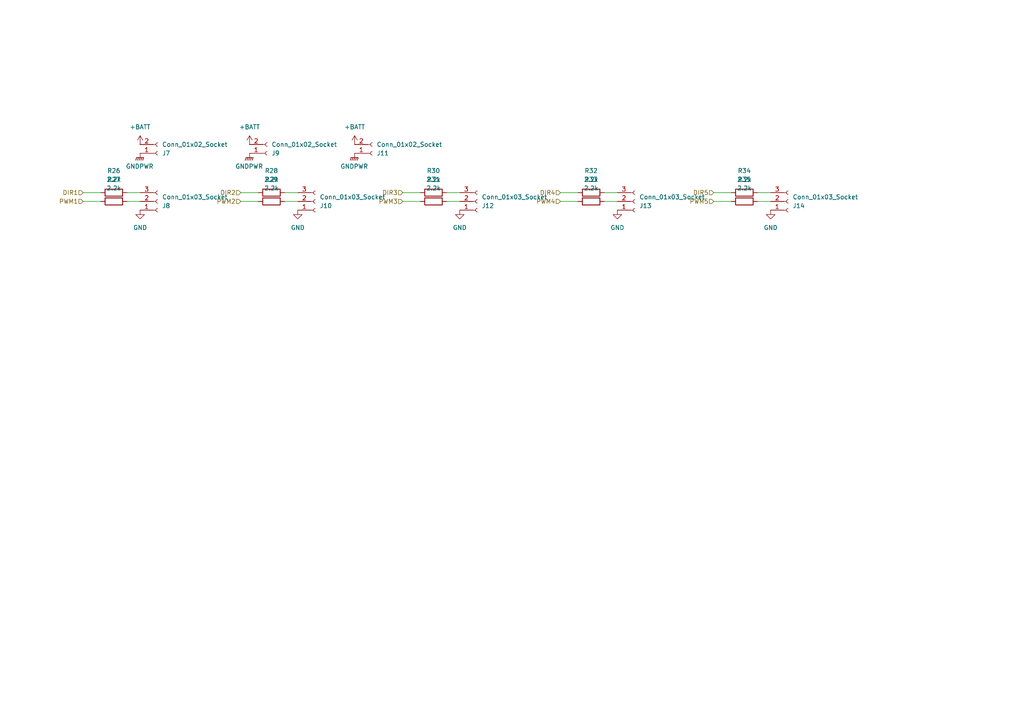
<source format=kicad_sch>
(kicad_sch
	(version 20231120)
	(generator "eeschema")
	(generator_version "8.0")
	(uuid "461d4595-690b-44d6-ba32-523aed53f13c")
	(paper "A4")
	(lib_symbols
		(symbol "Connector:Conn_01x02_Socket"
			(pin_names
				(offset 1.016) hide)
			(exclude_from_sim no)
			(in_bom yes)
			(on_board yes)
			(property "Reference" "J"
				(at 0 2.54 0)
				(effects
					(font
						(size 1.27 1.27)
					)
				)
			)
			(property "Value" "Conn_01x02_Socket"
				(at 0 -5.08 0)
				(effects
					(font
						(size 1.27 1.27)
					)
				)
			)
			(property "Footprint" ""
				(at 0 0 0)
				(effects
					(font
						(size 1.27 1.27)
					)
					(hide yes)
				)
			)
			(property "Datasheet" "~"
				(at 0 0 0)
				(effects
					(font
						(size 1.27 1.27)
					)
					(hide yes)
				)
			)
			(property "Description" "Generic connector, single row, 01x02, script generated"
				(at 0 0 0)
				(effects
					(font
						(size 1.27 1.27)
					)
					(hide yes)
				)
			)
			(property "ki_locked" ""
				(at 0 0 0)
				(effects
					(font
						(size 1.27 1.27)
					)
				)
			)
			(property "ki_keywords" "connector"
				(at 0 0 0)
				(effects
					(font
						(size 1.27 1.27)
					)
					(hide yes)
				)
			)
			(property "ki_fp_filters" "Connector*:*_1x??_*"
				(at 0 0 0)
				(effects
					(font
						(size 1.27 1.27)
					)
					(hide yes)
				)
			)
			(symbol "Conn_01x02_Socket_1_1"
				(arc
					(start 0 -2.032)
					(mid -0.5058 -2.54)
					(end 0 -3.048)
					(stroke
						(width 0.1524)
						(type default)
					)
					(fill
						(type none)
					)
				)
				(polyline
					(pts
						(xy -1.27 -2.54) (xy -0.508 -2.54)
					)
					(stroke
						(width 0.1524)
						(type default)
					)
					(fill
						(type none)
					)
				)
				(polyline
					(pts
						(xy -1.27 0) (xy -0.508 0)
					)
					(stroke
						(width 0.1524)
						(type default)
					)
					(fill
						(type none)
					)
				)
				(arc
					(start 0 0.508)
					(mid -0.5058 0)
					(end 0 -0.508)
					(stroke
						(width 0.1524)
						(type default)
					)
					(fill
						(type none)
					)
				)
				(pin passive line
					(at -5.08 0 0)
					(length 3.81)
					(name "Pin_1"
						(effects
							(font
								(size 1.27 1.27)
							)
						)
					)
					(number "1"
						(effects
							(font
								(size 1.27 1.27)
							)
						)
					)
				)
				(pin passive line
					(at -5.08 -2.54 0)
					(length 3.81)
					(name "Pin_2"
						(effects
							(font
								(size 1.27 1.27)
							)
						)
					)
					(number "2"
						(effects
							(font
								(size 1.27 1.27)
							)
						)
					)
				)
			)
		)
		(symbol "Connector:Conn_01x03_Socket"
			(pin_names
				(offset 1.016) hide)
			(exclude_from_sim no)
			(in_bom yes)
			(on_board yes)
			(property "Reference" "J"
				(at 0 5.08 0)
				(effects
					(font
						(size 1.27 1.27)
					)
				)
			)
			(property "Value" "Conn_01x03_Socket"
				(at 0 -5.08 0)
				(effects
					(font
						(size 1.27 1.27)
					)
				)
			)
			(property "Footprint" ""
				(at 0 0 0)
				(effects
					(font
						(size 1.27 1.27)
					)
					(hide yes)
				)
			)
			(property "Datasheet" "~"
				(at 0 0 0)
				(effects
					(font
						(size 1.27 1.27)
					)
					(hide yes)
				)
			)
			(property "Description" "Generic connector, single row, 01x03, script generated"
				(at 0 0 0)
				(effects
					(font
						(size 1.27 1.27)
					)
					(hide yes)
				)
			)
			(property "ki_locked" ""
				(at 0 0 0)
				(effects
					(font
						(size 1.27 1.27)
					)
				)
			)
			(property "ki_keywords" "connector"
				(at 0 0 0)
				(effects
					(font
						(size 1.27 1.27)
					)
					(hide yes)
				)
			)
			(property "ki_fp_filters" "Connector*:*_1x??_*"
				(at 0 0 0)
				(effects
					(font
						(size 1.27 1.27)
					)
					(hide yes)
				)
			)
			(symbol "Conn_01x03_Socket_1_1"
				(arc
					(start 0 -2.032)
					(mid -0.5058 -2.54)
					(end 0 -3.048)
					(stroke
						(width 0.1524)
						(type default)
					)
					(fill
						(type none)
					)
				)
				(polyline
					(pts
						(xy -1.27 -2.54) (xy -0.508 -2.54)
					)
					(stroke
						(width 0.1524)
						(type default)
					)
					(fill
						(type none)
					)
				)
				(polyline
					(pts
						(xy -1.27 0) (xy -0.508 0)
					)
					(stroke
						(width 0.1524)
						(type default)
					)
					(fill
						(type none)
					)
				)
				(polyline
					(pts
						(xy -1.27 2.54) (xy -0.508 2.54)
					)
					(stroke
						(width 0.1524)
						(type default)
					)
					(fill
						(type none)
					)
				)
				(arc
					(start 0 0.508)
					(mid -0.5058 0)
					(end 0 -0.508)
					(stroke
						(width 0.1524)
						(type default)
					)
					(fill
						(type none)
					)
				)
				(arc
					(start 0 3.048)
					(mid -0.5058 2.54)
					(end 0 2.032)
					(stroke
						(width 0.1524)
						(type default)
					)
					(fill
						(type none)
					)
				)
				(pin passive line
					(at -5.08 2.54 0)
					(length 3.81)
					(name "Pin_1"
						(effects
							(font
								(size 1.27 1.27)
							)
						)
					)
					(number "1"
						(effects
							(font
								(size 1.27 1.27)
							)
						)
					)
				)
				(pin passive line
					(at -5.08 0 0)
					(length 3.81)
					(name "Pin_2"
						(effects
							(font
								(size 1.27 1.27)
							)
						)
					)
					(number "2"
						(effects
							(font
								(size 1.27 1.27)
							)
						)
					)
				)
				(pin passive line
					(at -5.08 -2.54 0)
					(length 3.81)
					(name "Pin_3"
						(effects
							(font
								(size 1.27 1.27)
							)
						)
					)
					(number "3"
						(effects
							(font
								(size 1.27 1.27)
							)
						)
					)
				)
			)
		)
		(symbol "Device:R"
			(pin_numbers hide)
			(pin_names
				(offset 0)
			)
			(exclude_from_sim no)
			(in_bom yes)
			(on_board yes)
			(property "Reference" "R"
				(at 2.032 0 90)
				(effects
					(font
						(size 1.27 1.27)
					)
				)
			)
			(property "Value" "R"
				(at 0 0 90)
				(effects
					(font
						(size 1.27 1.27)
					)
				)
			)
			(property "Footprint" ""
				(at -1.778 0 90)
				(effects
					(font
						(size 1.27 1.27)
					)
					(hide yes)
				)
			)
			(property "Datasheet" "~"
				(at 0 0 0)
				(effects
					(font
						(size 1.27 1.27)
					)
					(hide yes)
				)
			)
			(property "Description" "Resistor"
				(at 0 0 0)
				(effects
					(font
						(size 1.27 1.27)
					)
					(hide yes)
				)
			)
			(property "ki_keywords" "R res resistor"
				(at 0 0 0)
				(effects
					(font
						(size 1.27 1.27)
					)
					(hide yes)
				)
			)
			(property "ki_fp_filters" "R_*"
				(at 0 0 0)
				(effects
					(font
						(size 1.27 1.27)
					)
					(hide yes)
				)
			)
			(symbol "R_0_1"
				(rectangle
					(start -1.016 -2.54)
					(end 1.016 2.54)
					(stroke
						(width 0.254)
						(type default)
					)
					(fill
						(type none)
					)
				)
			)
			(symbol "R_1_1"
				(pin passive line
					(at 0 3.81 270)
					(length 1.27)
					(name "~"
						(effects
							(font
								(size 1.27 1.27)
							)
						)
					)
					(number "1"
						(effects
							(font
								(size 1.27 1.27)
							)
						)
					)
				)
				(pin passive line
					(at 0 -3.81 90)
					(length 1.27)
					(name "~"
						(effects
							(font
								(size 1.27 1.27)
							)
						)
					)
					(number "2"
						(effects
							(font
								(size 1.27 1.27)
							)
						)
					)
				)
			)
		)
		(symbol "power:+BATT"
			(power)
			(pin_numbers hide)
			(pin_names
				(offset 0) hide)
			(exclude_from_sim no)
			(in_bom yes)
			(on_board yes)
			(property "Reference" "#PWR"
				(at 0 -3.81 0)
				(effects
					(font
						(size 1.27 1.27)
					)
					(hide yes)
				)
			)
			(property "Value" "+BATT"
				(at 0 3.556 0)
				(effects
					(font
						(size 1.27 1.27)
					)
				)
			)
			(property "Footprint" ""
				(at 0 0 0)
				(effects
					(font
						(size 1.27 1.27)
					)
					(hide yes)
				)
			)
			(property "Datasheet" ""
				(at 0 0 0)
				(effects
					(font
						(size 1.27 1.27)
					)
					(hide yes)
				)
			)
			(property "Description" "Power symbol creates a global label with name \"+BATT\""
				(at 0 0 0)
				(effects
					(font
						(size 1.27 1.27)
					)
					(hide yes)
				)
			)
			(property "ki_keywords" "global power battery"
				(at 0 0 0)
				(effects
					(font
						(size 1.27 1.27)
					)
					(hide yes)
				)
			)
			(symbol "+BATT_0_1"
				(polyline
					(pts
						(xy -0.762 1.27) (xy 0 2.54)
					)
					(stroke
						(width 0)
						(type default)
					)
					(fill
						(type none)
					)
				)
				(polyline
					(pts
						(xy 0 0) (xy 0 2.54)
					)
					(stroke
						(width 0)
						(type default)
					)
					(fill
						(type none)
					)
				)
				(polyline
					(pts
						(xy 0 2.54) (xy 0.762 1.27)
					)
					(stroke
						(width 0)
						(type default)
					)
					(fill
						(type none)
					)
				)
			)
			(symbol "+BATT_1_1"
				(pin power_in line
					(at 0 0 90)
					(length 0)
					(name "~"
						(effects
							(font
								(size 1.27 1.27)
							)
						)
					)
					(number "1"
						(effects
							(font
								(size 1.27 1.27)
							)
						)
					)
				)
			)
		)
		(symbol "power:GND"
			(power)
			(pin_numbers hide)
			(pin_names
				(offset 0) hide)
			(exclude_from_sim no)
			(in_bom yes)
			(on_board yes)
			(property "Reference" "#PWR"
				(at 0 -6.35 0)
				(effects
					(font
						(size 1.27 1.27)
					)
					(hide yes)
				)
			)
			(property "Value" "GND"
				(at 0 -3.81 0)
				(effects
					(font
						(size 1.27 1.27)
					)
				)
			)
			(property "Footprint" ""
				(at 0 0 0)
				(effects
					(font
						(size 1.27 1.27)
					)
					(hide yes)
				)
			)
			(property "Datasheet" ""
				(at 0 0 0)
				(effects
					(font
						(size 1.27 1.27)
					)
					(hide yes)
				)
			)
			(property "Description" "Power symbol creates a global label with name \"GND\" , ground"
				(at 0 0 0)
				(effects
					(font
						(size 1.27 1.27)
					)
					(hide yes)
				)
			)
			(property "ki_keywords" "global power"
				(at 0 0 0)
				(effects
					(font
						(size 1.27 1.27)
					)
					(hide yes)
				)
			)
			(symbol "GND_0_1"
				(polyline
					(pts
						(xy 0 0) (xy 0 -1.27) (xy 1.27 -1.27) (xy 0 -2.54) (xy -1.27 -1.27) (xy 0 -1.27)
					)
					(stroke
						(width 0)
						(type default)
					)
					(fill
						(type none)
					)
				)
			)
			(symbol "GND_1_1"
				(pin power_in line
					(at 0 0 270)
					(length 0)
					(name "~"
						(effects
							(font
								(size 1.27 1.27)
							)
						)
					)
					(number "1"
						(effects
							(font
								(size 1.27 1.27)
							)
						)
					)
				)
			)
		)
		(symbol "power:GNDPWR"
			(power)
			(pin_numbers hide)
			(pin_names
				(offset 0) hide)
			(exclude_from_sim no)
			(in_bom yes)
			(on_board yes)
			(property "Reference" "#PWR"
				(at 0 -5.08 0)
				(effects
					(font
						(size 1.27 1.27)
					)
					(hide yes)
				)
			)
			(property "Value" "GNDPWR"
				(at 0 -3.302 0)
				(effects
					(font
						(size 1.27 1.27)
					)
				)
			)
			(property "Footprint" ""
				(at 0 -1.27 0)
				(effects
					(font
						(size 1.27 1.27)
					)
					(hide yes)
				)
			)
			(property "Datasheet" ""
				(at 0 -1.27 0)
				(effects
					(font
						(size 1.27 1.27)
					)
					(hide yes)
				)
			)
			(property "Description" "Power symbol creates a global label with name \"GNDPWR\" , global ground"
				(at 0 0 0)
				(effects
					(font
						(size 1.27 1.27)
					)
					(hide yes)
				)
			)
			(property "ki_keywords" "global ground"
				(at 0 0 0)
				(effects
					(font
						(size 1.27 1.27)
					)
					(hide yes)
				)
			)
			(symbol "GNDPWR_0_1"
				(polyline
					(pts
						(xy 0 -1.27) (xy 0 0)
					)
					(stroke
						(width 0)
						(type default)
					)
					(fill
						(type none)
					)
				)
				(polyline
					(pts
						(xy -1.016 -1.27) (xy -1.27 -2.032) (xy -1.27 -2.032)
					)
					(stroke
						(width 0.2032)
						(type default)
					)
					(fill
						(type none)
					)
				)
				(polyline
					(pts
						(xy -0.508 -1.27) (xy -0.762 -2.032) (xy -0.762 -2.032)
					)
					(stroke
						(width 0.2032)
						(type default)
					)
					(fill
						(type none)
					)
				)
				(polyline
					(pts
						(xy 0 -1.27) (xy -0.254 -2.032) (xy -0.254 -2.032)
					)
					(stroke
						(width 0.2032)
						(type default)
					)
					(fill
						(type none)
					)
				)
				(polyline
					(pts
						(xy 0.508 -1.27) (xy 0.254 -2.032) (xy 0.254 -2.032)
					)
					(stroke
						(width 0.2032)
						(type default)
					)
					(fill
						(type none)
					)
				)
				(polyline
					(pts
						(xy 1.016 -1.27) (xy -1.016 -1.27) (xy -1.016 -1.27)
					)
					(stroke
						(width 0.2032)
						(type default)
					)
					(fill
						(type none)
					)
				)
				(polyline
					(pts
						(xy 1.016 -1.27) (xy 0.762 -2.032) (xy 0.762 -2.032) (xy 0.762 -2.032)
					)
					(stroke
						(width 0.2032)
						(type default)
					)
					(fill
						(type none)
					)
				)
			)
			(symbol "GNDPWR_1_1"
				(pin power_in line
					(at 0 0 270)
					(length 0)
					(name "~"
						(effects
							(font
								(size 1.27 1.27)
							)
						)
					)
					(number "1"
						(effects
							(font
								(size 1.27 1.27)
							)
						)
					)
				)
			)
		)
	)
	(wire
		(pts
			(xy 36.83 55.88) (xy 40.64 55.88)
		)
		(stroke
			(width 0)
			(type default)
		)
		(uuid "0a5186b7-1308-4d33-98c6-5c403a6d27e6")
	)
	(wire
		(pts
			(xy 162.56 58.42) (xy 167.64 58.42)
		)
		(stroke
			(width 0)
			(type default)
		)
		(uuid "0a6a0aa7-a63e-44cd-885e-6e39825504a8")
	)
	(wire
		(pts
			(xy 129.54 55.88) (xy 133.35 55.88)
		)
		(stroke
			(width 0)
			(type default)
		)
		(uuid "1ebdcf01-d29e-4394-867f-c28e6fe491fa")
	)
	(wire
		(pts
			(xy 219.71 58.42) (xy 223.52 58.42)
		)
		(stroke
			(width 0)
			(type default)
		)
		(uuid "34d10083-5e41-4db6-b3dc-1245ac21c0e0")
	)
	(wire
		(pts
			(xy 116.84 55.88) (xy 121.92 55.88)
		)
		(stroke
			(width 0)
			(type default)
		)
		(uuid "34f1d28b-ca62-4fa4-b4be-6fe174e74497")
	)
	(wire
		(pts
			(xy 207.01 58.42) (xy 212.09 58.42)
		)
		(stroke
			(width 0)
			(type default)
		)
		(uuid "3863363a-60aa-4b71-ae49-1b76dcd9ba56")
	)
	(wire
		(pts
			(xy 116.84 58.42) (xy 121.92 58.42)
		)
		(stroke
			(width 0)
			(type default)
		)
		(uuid "3b230e1a-3c90-42d3-b56d-73a40e6f95fd")
	)
	(wire
		(pts
			(xy 207.01 55.88) (xy 212.09 55.88)
		)
		(stroke
			(width 0)
			(type default)
		)
		(uuid "42627409-3fe5-41dc-abcf-94e6711e63ac")
	)
	(wire
		(pts
			(xy 219.71 55.88) (xy 223.52 55.88)
		)
		(stroke
			(width 0)
			(type default)
		)
		(uuid "4b9e9357-9257-40b6-83e9-4e3db101c296")
	)
	(wire
		(pts
			(xy 175.26 58.42) (xy 179.07 58.42)
		)
		(stroke
			(width 0)
			(type default)
		)
		(uuid "6678feeb-3c99-48b2-b709-4f97d8a6060b")
	)
	(wire
		(pts
			(xy 36.83 58.42) (xy 40.64 58.42)
		)
		(stroke
			(width 0)
			(type default)
		)
		(uuid "68d8a8e5-1540-450b-bdfa-e84c88a6262e")
	)
	(wire
		(pts
			(xy 69.85 58.42) (xy 74.93 58.42)
		)
		(stroke
			(width 0)
			(type default)
		)
		(uuid "752f5df9-4c87-47dc-bd7a-9cea2fef86d9")
	)
	(wire
		(pts
			(xy 162.56 55.88) (xy 167.64 55.88)
		)
		(stroke
			(width 0)
			(type default)
		)
		(uuid "81f843ec-e787-41a2-8534-bd08e1c9a3c6")
	)
	(wire
		(pts
			(xy 69.85 55.88) (xy 74.93 55.88)
		)
		(stroke
			(width 0)
			(type default)
		)
		(uuid "99001b2a-9c52-4fcc-ae17-07f49d04a6ff")
	)
	(wire
		(pts
			(xy 24.13 58.42) (xy 29.21 58.42)
		)
		(stroke
			(width 0)
			(type default)
		)
		(uuid "acd7a02a-0379-47ea-9fc7-0bde72209561")
	)
	(wire
		(pts
			(xy 129.54 58.42) (xy 133.35 58.42)
		)
		(stroke
			(width 0)
			(type default)
		)
		(uuid "b55ba7d7-6077-47cd-94e7-92e1b6dd67ea")
	)
	(wire
		(pts
			(xy 175.26 55.88) (xy 179.07 55.88)
		)
		(stroke
			(width 0)
			(type default)
		)
		(uuid "beba74de-ca1f-4470-bdcb-cb3b871bd175")
	)
	(wire
		(pts
			(xy 82.55 55.88) (xy 86.36 55.88)
		)
		(stroke
			(width 0)
			(type default)
		)
		(uuid "e6073207-5a9c-4466-95b5-f7f2a2d1fed8")
	)
	(wire
		(pts
			(xy 82.55 58.42) (xy 86.36 58.42)
		)
		(stroke
			(width 0)
			(type default)
		)
		(uuid "f0eaf9a9-88d5-4fa9-a494-ca7a9fbab4e3")
	)
	(wire
		(pts
			(xy 24.13 55.88) (xy 29.21 55.88)
		)
		(stroke
			(width 0)
			(type default)
		)
		(uuid "f54cab4d-a745-45d6-b7f9-14a43fb2ce8a")
	)
	(hierarchical_label "DIR4"
		(shape input)
		(at 162.56 55.88 180)
		(fields_autoplaced yes)
		(effects
			(font
				(size 1.27 1.27)
			)
			(justify right)
		)
		(uuid "373553a0-26dd-4e00-ad93-4433949e4908")
	)
	(hierarchical_label "DIR3"
		(shape input)
		(at 116.84 55.88 180)
		(fields_autoplaced yes)
		(effects
			(font
				(size 1.27 1.27)
			)
			(justify right)
		)
		(uuid "52181b6e-765d-405a-ab72-d4c4ca9a0bf3")
	)
	(hierarchical_label "PWM1"
		(shape input)
		(at 24.13 58.42 180)
		(fields_autoplaced yes)
		(effects
			(font
				(size 1.27 1.27)
			)
			(justify right)
		)
		(uuid "6174fa3c-c685-4431-b1a9-94a63f9749ff")
	)
	(hierarchical_label "PWM3"
		(shape input)
		(at 116.84 58.42 180)
		(fields_autoplaced yes)
		(effects
			(font
				(size 1.27 1.27)
			)
			(justify right)
		)
		(uuid "7050f48a-058d-456c-a696-1bd35adfabd9")
	)
	(hierarchical_label "PWM5"
		(shape input)
		(at 207.01 58.42 180)
		(fields_autoplaced yes)
		(effects
			(font
				(size 1.27 1.27)
			)
			(justify right)
		)
		(uuid "93a475a0-188b-4302-a6f5-e26a5b821d5b")
	)
	(hierarchical_label "DIR5"
		(shape input)
		(at 207.01 55.88 180)
		(fields_autoplaced yes)
		(effects
			(font
				(size 1.27 1.27)
			)
			(justify right)
		)
		(uuid "9b790cf0-ccf7-427f-b781-226376af08c2")
	)
	(hierarchical_label "PWM2"
		(shape input)
		(at 69.85 58.42 180)
		(fields_autoplaced yes)
		(effects
			(font
				(size 1.27 1.27)
			)
			(justify right)
		)
		(uuid "9f95f500-9215-440f-a1ea-caa34b456e6c")
	)
	(hierarchical_label "DIR2"
		(shape input)
		(at 69.85 55.88 180)
		(fields_autoplaced yes)
		(effects
			(font
				(size 1.27 1.27)
			)
			(justify right)
		)
		(uuid "ae05725f-2d72-41e2-b72c-84ebdd9a4460")
	)
	(hierarchical_label "PWM4"
		(shape input)
		(at 162.56 58.42 180)
		(fields_autoplaced yes)
		(effects
			(font
				(size 1.27 1.27)
			)
			(justify right)
		)
		(uuid "ba0e85c3-810e-4291-b66b-c5df5a3c8c91")
	)
	(hierarchical_label "DIR1"
		(shape input)
		(at 24.13 55.88 180)
		(fields_autoplaced yes)
		(effects
			(font
				(size 1.27 1.27)
			)
			(justify right)
		)
		(uuid "dbfea8a7-1048-40e1-89cd-dc734a2dc1b6")
	)
	(symbol
		(lib_id "Device:R")
		(at 171.45 58.42 90)
		(unit 1)
		(exclude_from_sim no)
		(in_bom yes)
		(on_board yes)
		(dnp no)
		(fields_autoplaced yes)
		(uuid "099a447c-343d-4dd6-8fd6-677a106821e8")
		(property "Reference" "R33"
			(at 171.45 52.07 90)
			(effects
				(font
					(size 1.27 1.27)
				)
			)
		)
		(property "Value" "2.2k"
			(at 171.45 54.61 90)
			(effects
				(font
					(size 1.27 1.27)
				)
			)
		)
		(property "Footprint" "Resistor_SMD:R_0603_1608Metric"
			(at 171.45 60.198 90)
			(effects
				(font
					(size 1.27 1.27)
				)
				(hide yes)
			)
		)
		(property "Datasheet" "~"
			(at 171.45 58.42 0)
			(effects
				(font
					(size 1.27 1.27)
				)
				(hide yes)
			)
		)
		(property "Description" "Resistor"
			(at 171.45 58.42 0)
			(effects
				(font
					(size 1.27 1.27)
				)
				(hide yes)
			)
		)
		(property "JLCPCB Parts#" ""
			(at 171.45 58.42 0)
			(effects
				(font
					(size 1.27 1.27)
				)
				(hide yes)
			)
		)
		(pin "1"
			(uuid "cf11bc18-9cb7-457a-9123-e2442c10c435")
		)
		(pin "2"
			(uuid "157eba9f-b058-44da-be3d-989a6d72ef39")
		)
		(instances
			(project "chibarobo_board_2024"
				(path "/7933aef9-9608-4ce1-b0d8-a4ffd3b998e4/10a4ce65-96c0-4b0e-ad7d-0749d3a88abd"
					(reference "R33")
					(unit 1)
				)
			)
		)
	)
	(symbol
		(lib_id "power:GNDPWR")
		(at 72.39 44.45 0)
		(unit 1)
		(exclude_from_sim no)
		(in_bom yes)
		(on_board yes)
		(dnp no)
		(fields_autoplaced yes)
		(uuid "0b936524-7c01-4007-8661-d041dce1bb00")
		(property "Reference" "#PWR054"
			(at 72.39 49.53 0)
			(effects
				(font
					(size 1.27 1.27)
				)
				(hide yes)
			)
		)
		(property "Value" "GNDPWR"
			(at 72.263 48.26 0)
			(effects
				(font
					(size 1.27 1.27)
				)
			)
		)
		(property "Footprint" ""
			(at 72.39 45.72 0)
			(effects
				(font
					(size 1.27 1.27)
				)
				(hide yes)
			)
		)
		(property "Datasheet" ""
			(at 72.39 45.72 0)
			(effects
				(font
					(size 1.27 1.27)
				)
				(hide yes)
			)
		)
		(property "Description" "Power symbol creates a global label with name \"GNDPWR\" , global ground"
			(at 72.39 44.45 0)
			(effects
				(font
					(size 1.27 1.27)
				)
				(hide yes)
			)
		)
		(pin "1"
			(uuid "93de9b1c-ca5a-4a96-95f1-9c157e707d46")
		)
		(instances
			(project "chibarobo_board_2024"
				(path "/7933aef9-9608-4ce1-b0d8-a4ffd3b998e4/10a4ce65-96c0-4b0e-ad7d-0749d3a88abd"
					(reference "#PWR054")
					(unit 1)
				)
			)
		)
	)
	(symbol
		(lib_id "power:GNDPWR")
		(at 40.64 44.45 0)
		(unit 1)
		(exclude_from_sim no)
		(in_bom yes)
		(on_board yes)
		(dnp no)
		(fields_autoplaced yes)
		(uuid "0f99cc75-d723-43fa-9137-659d1efa0e82")
		(property "Reference" "#PWR051"
			(at 40.64 49.53 0)
			(effects
				(font
					(size 1.27 1.27)
				)
				(hide yes)
			)
		)
		(property "Value" "GNDPWR"
			(at 40.513 48.26 0)
			(effects
				(font
					(size 1.27 1.27)
				)
			)
		)
		(property "Footprint" ""
			(at 40.64 45.72 0)
			(effects
				(font
					(size 1.27 1.27)
				)
				(hide yes)
			)
		)
		(property "Datasheet" ""
			(at 40.64 45.72 0)
			(effects
				(font
					(size 1.27 1.27)
				)
				(hide yes)
			)
		)
		(property "Description" "Power symbol creates a global label with name \"GNDPWR\" , global ground"
			(at 40.64 44.45 0)
			(effects
				(font
					(size 1.27 1.27)
				)
				(hide yes)
			)
		)
		(pin "1"
			(uuid "fc7a6bf2-9e73-4c93-be86-187c6ab1c4fe")
		)
		(instances
			(project ""
				(path "/7933aef9-9608-4ce1-b0d8-a4ffd3b998e4/10a4ce65-96c0-4b0e-ad7d-0749d3a88abd"
					(reference "#PWR051")
					(unit 1)
				)
			)
		)
	)
	(symbol
		(lib_id "Connector:Conn_01x02_Socket")
		(at 107.95 44.45 0)
		(mirror x)
		(unit 1)
		(exclude_from_sim no)
		(in_bom yes)
		(on_board yes)
		(dnp no)
		(uuid "100895dd-aa4a-4aa0-bb5b-edb3f2ff2e25")
		(property "Reference" "J11"
			(at 109.22 44.4501 0)
			(effects
				(font
					(size 1.27 1.27)
				)
				(justify left)
			)
		)
		(property "Value" "Conn_01x02_Socket"
			(at 109.22 41.9101 0)
			(effects
				(font
					(size 1.27 1.27)
				)
				(justify left)
			)
		)
		(property "Footprint" "Connector_AMASS:AMASS_XT60-F_1x02_P7.20mm_Vertical"
			(at 107.95 44.45 0)
			(effects
				(font
					(size 1.27 1.27)
				)
				(hide yes)
			)
		)
		(property "Datasheet" "~"
			(at 107.95 44.45 0)
			(effects
				(font
					(size 1.27 1.27)
				)
				(hide yes)
			)
		)
		(property "Description" "Generic connector, single row, 01x02, script generated"
			(at 107.95 44.45 0)
			(effects
				(font
					(size 1.27 1.27)
				)
				(hide yes)
			)
		)
		(property "JLCPCB Parts#" ""
			(at 107.95 44.45 0)
			(effects
				(font
					(size 1.27 1.27)
				)
				(hide yes)
			)
		)
		(pin "2"
			(uuid "6fcbe605-2539-4f7f-8a50-68f3bf2f1d9e")
		)
		(pin "1"
			(uuid "a7de007d-c34f-47e4-be4a-1d6571719a38")
		)
		(instances
			(project "chibarobo_board_2024"
				(path "/7933aef9-9608-4ce1-b0d8-a4ffd3b998e4/10a4ce65-96c0-4b0e-ad7d-0749d3a88abd"
					(reference "J11")
					(unit 1)
				)
			)
		)
	)
	(symbol
		(lib_id "Connector:Conn_01x03_Socket")
		(at 184.15 58.42 0)
		(mirror x)
		(unit 1)
		(exclude_from_sim no)
		(in_bom yes)
		(on_board yes)
		(dnp no)
		(uuid "239df02d-286f-4aa5-a1b6-25e3f81e4515")
		(property "Reference" "J13"
			(at 185.42 59.6901 0)
			(effects
				(font
					(size 1.27 1.27)
				)
				(justify left)
			)
		)
		(property "Value" "Conn_01x03_Socket"
			(at 185.42 57.1501 0)
			(effects
				(font
					(size 1.27 1.27)
				)
				(justify left)
			)
		)
		(property "Footprint" "original:Connector_2510-3P"
			(at 184.15 58.42 0)
			(effects
				(font
					(size 1.27 1.27)
				)
				(hide yes)
			)
		)
		(property "Datasheet" "https://static.cytron.io/download/usr_attachment/2510%20connetor.pdf?_gl=1*7f6u52*_gcl_au*MTE4NDQzNjI3Ni4xNzIyNDg1NDIx"
			(at 184.15 58.42 0)
			(effects
				(font
					(size 1.27 1.27)
				)
				(hide yes)
			)
		)
		(property "Description" "2600PS"
			(at 184.15 58.42 0)
			(effects
				(font
					(size 1.27 1.27)
				)
				(hide yes)
			)
		)
		(property "JLCPCB Parts#" ""
			(at 184.15 58.42 0)
			(effects
				(font
					(size 1.27 1.27)
				)
				(hide yes)
			)
		)
		(pin "1"
			(uuid "f1da7504-8b0b-4843-93fb-a73ef4c2ccf0")
		)
		(pin "2"
			(uuid "1657ca17-808f-4867-a7df-31a32a29d454")
		)
		(pin "3"
			(uuid "f789fc5b-f712-4d1f-a3f4-9a52214c57f6")
		)
		(instances
			(project "chibarobo_board_2024"
				(path "/7933aef9-9608-4ce1-b0d8-a4ffd3b998e4/10a4ce65-96c0-4b0e-ad7d-0749d3a88abd"
					(reference "J13")
					(unit 1)
				)
			)
		)
	)
	(symbol
		(lib_id "power:+BATT")
		(at 40.64 41.91 0)
		(unit 1)
		(exclude_from_sim no)
		(in_bom yes)
		(on_board yes)
		(dnp no)
		(fields_autoplaced yes)
		(uuid "39bbc8de-a556-4b31-b145-8b560273e40e")
		(property "Reference" "#PWR050"
			(at 40.64 45.72 0)
			(effects
				(font
					(size 1.27 1.27)
				)
				(hide yes)
			)
		)
		(property "Value" "+BATT"
			(at 40.64 36.83 0)
			(effects
				(font
					(size 1.27 1.27)
				)
			)
		)
		(property "Footprint" ""
			(at 40.64 41.91 0)
			(effects
				(font
					(size 1.27 1.27)
				)
				(hide yes)
			)
		)
		(property "Datasheet" ""
			(at 40.64 41.91 0)
			(effects
				(font
					(size 1.27 1.27)
				)
				(hide yes)
			)
		)
		(property "Description" "Power symbol creates a global label with name \"+BATT\""
			(at 40.64 41.91 0)
			(effects
				(font
					(size 1.27 1.27)
				)
				(hide yes)
			)
		)
		(pin "1"
			(uuid "1cdef30c-f90d-4f1d-8e66-d8b853b063fb")
		)
		(instances
			(project ""
				(path "/7933aef9-9608-4ce1-b0d8-a4ffd3b998e4/10a4ce65-96c0-4b0e-ad7d-0749d3a88abd"
					(reference "#PWR050")
					(unit 1)
				)
			)
		)
	)
	(symbol
		(lib_id "Device:R")
		(at 125.73 58.42 90)
		(unit 1)
		(exclude_from_sim no)
		(in_bom yes)
		(on_board yes)
		(dnp no)
		(fields_autoplaced yes)
		(uuid "3cc3b6f2-b11c-470d-bb8d-08332017f985")
		(property "Reference" "R31"
			(at 125.73 52.07 90)
			(effects
				(font
					(size 1.27 1.27)
				)
			)
		)
		(property "Value" "2.2k"
			(at 125.73 54.61 90)
			(effects
				(font
					(size 1.27 1.27)
				)
			)
		)
		(property "Footprint" "Resistor_SMD:R_0603_1608Metric"
			(at 125.73 60.198 90)
			(effects
				(font
					(size 1.27 1.27)
				)
				(hide yes)
			)
		)
		(property "Datasheet" "~"
			(at 125.73 58.42 0)
			(effects
				(font
					(size 1.27 1.27)
				)
				(hide yes)
			)
		)
		(property "Description" "Resistor"
			(at 125.73 58.42 0)
			(effects
				(font
					(size 1.27 1.27)
				)
				(hide yes)
			)
		)
		(property "JLCPCB Parts#" ""
			(at 125.73 58.42 0)
			(effects
				(font
					(size 1.27 1.27)
				)
				(hide yes)
			)
		)
		(pin "1"
			(uuid "573524c0-e267-497a-b3c3-8e7cfe7fbe66")
		)
		(pin "2"
			(uuid "e361fb5d-4689-4a99-b990-e9529a4e0e09")
		)
		(instances
			(project "chibarobo_board_2024"
				(path "/7933aef9-9608-4ce1-b0d8-a4ffd3b998e4/10a4ce65-96c0-4b0e-ad7d-0749d3a88abd"
					(reference "R31")
					(unit 1)
				)
			)
		)
	)
	(symbol
		(lib_id "Device:R")
		(at 125.73 55.88 90)
		(unit 1)
		(exclude_from_sim no)
		(in_bom yes)
		(on_board yes)
		(dnp no)
		(fields_autoplaced yes)
		(uuid "4f584845-1a4b-4437-8743-cde8ca1d45dd")
		(property "Reference" "R30"
			(at 125.73 49.53 90)
			(effects
				(font
					(size 1.27 1.27)
				)
			)
		)
		(property "Value" "2.2k"
			(at 125.73 52.07 90)
			(effects
				(font
					(size 1.27 1.27)
				)
			)
		)
		(property "Footprint" "Resistor_SMD:R_0603_1608Metric"
			(at 125.73 57.658 90)
			(effects
				(font
					(size 1.27 1.27)
				)
				(hide yes)
			)
		)
		(property "Datasheet" "~"
			(at 125.73 55.88 0)
			(effects
				(font
					(size 1.27 1.27)
				)
				(hide yes)
			)
		)
		(property "Description" "Resistor"
			(at 125.73 55.88 0)
			(effects
				(font
					(size 1.27 1.27)
				)
				(hide yes)
			)
		)
		(property "JLCPCB Parts#" ""
			(at 125.73 55.88 0)
			(effects
				(font
					(size 1.27 1.27)
				)
				(hide yes)
			)
		)
		(pin "1"
			(uuid "6e78aa54-b605-4d13-830f-54784524966d")
		)
		(pin "2"
			(uuid "1cf8f8d6-c702-4b41-ba16-7aa6ebb781fb")
		)
		(instances
			(project "chibarobo_board_2024"
				(path "/7933aef9-9608-4ce1-b0d8-a4ffd3b998e4/10a4ce65-96c0-4b0e-ad7d-0749d3a88abd"
					(reference "R30")
					(unit 1)
				)
			)
		)
	)
	(symbol
		(lib_id "Device:R")
		(at 215.9 58.42 90)
		(unit 1)
		(exclude_from_sim no)
		(in_bom yes)
		(on_board yes)
		(dnp no)
		(fields_autoplaced yes)
		(uuid "51a1f40a-a392-4295-8c60-c722bf2f72d8")
		(property "Reference" "R35"
			(at 215.9 52.07 90)
			(effects
				(font
					(size 1.27 1.27)
				)
			)
		)
		(property "Value" "2.2k"
			(at 215.9 54.61 90)
			(effects
				(font
					(size 1.27 1.27)
				)
			)
		)
		(property "Footprint" "Resistor_SMD:R_0603_1608Metric"
			(at 215.9 60.198 90)
			(effects
				(font
					(size 1.27 1.27)
				)
				(hide yes)
			)
		)
		(property "Datasheet" "~"
			(at 215.9 58.42 0)
			(effects
				(font
					(size 1.27 1.27)
				)
				(hide yes)
			)
		)
		(property "Description" "Resistor"
			(at 215.9 58.42 0)
			(effects
				(font
					(size 1.27 1.27)
				)
				(hide yes)
			)
		)
		(property "JLCPCB Parts#" ""
			(at 215.9 58.42 0)
			(effects
				(font
					(size 1.27 1.27)
				)
				(hide yes)
			)
		)
		(pin "1"
			(uuid "dd267897-b4e3-4738-a615-8c225f863f67")
		)
		(pin "2"
			(uuid "f99a25a0-efa1-46f2-badd-1760fc91cd62")
		)
		(instances
			(project "chibarobo_board_2024"
				(path "/7933aef9-9608-4ce1-b0d8-a4ffd3b998e4/10a4ce65-96c0-4b0e-ad7d-0749d3a88abd"
					(reference "R35")
					(unit 1)
				)
			)
		)
	)
	(symbol
		(lib_id "Connector:Conn_01x03_Socket")
		(at 45.72 58.42 0)
		(mirror x)
		(unit 1)
		(exclude_from_sim no)
		(in_bom yes)
		(on_board yes)
		(dnp no)
		(uuid "54039a04-67ad-479e-8cd8-56e8c912315a")
		(property "Reference" "J8"
			(at 46.99 59.6901 0)
			(effects
				(font
					(size 1.27 1.27)
				)
				(justify left)
			)
		)
		(property "Value" "Conn_01x03_Socket"
			(at 46.99 57.1501 0)
			(effects
				(font
					(size 1.27 1.27)
				)
				(justify left)
			)
		)
		(property "Footprint" "original:Connector_2510-3P"
			(at 45.72 58.42 0)
			(effects
				(font
					(size 1.27 1.27)
				)
				(hide yes)
			)
		)
		(property "Datasheet" "~"
			(at 45.72 58.42 0)
			(effects
				(font
					(size 1.27 1.27)
				)
				(hide yes)
			)
		)
		(property "Description" "2600PS"
			(at 45.72 58.42 0)
			(effects
				(font
					(size 1.27 1.27)
				)
				(hide yes)
			)
		)
		(property "JLCPCB Parts#" ""
			(at 45.72 58.42 0)
			(effects
				(font
					(size 1.27 1.27)
				)
				(hide yes)
			)
		)
		(pin "1"
			(uuid "f626f262-4938-4c6d-95c0-6832801ebd95")
		)
		(pin "2"
			(uuid "787f74ab-1ad4-4b3d-bc2a-74a80f55d2f9")
		)
		(pin "3"
			(uuid "689c2921-70b8-4db6-9aeb-a8cdf2bc3a6c")
		)
		(instances
			(project ""
				(path "/7933aef9-9608-4ce1-b0d8-a4ffd3b998e4/10a4ce65-96c0-4b0e-ad7d-0749d3a88abd"
					(reference "J8")
					(unit 1)
				)
			)
		)
	)
	(symbol
		(lib_id "Connector:Conn_01x03_Socket")
		(at 138.43 58.42 0)
		(mirror x)
		(unit 1)
		(exclude_from_sim no)
		(in_bom yes)
		(on_board yes)
		(dnp no)
		(uuid "57e2ae88-72b3-43ff-88f6-20578de34880")
		(property "Reference" "J12"
			(at 139.7 59.6901 0)
			(effects
				(font
					(size 1.27 1.27)
				)
				(justify left)
			)
		)
		(property "Value" "Conn_01x03_Socket"
			(at 139.7 57.1501 0)
			(effects
				(font
					(size 1.27 1.27)
				)
				(justify left)
			)
		)
		(property "Footprint" "original:Connector_2510-3P"
			(at 138.43 58.42 0)
			(effects
				(font
					(size 1.27 1.27)
				)
				(hide yes)
			)
		)
		(property "Datasheet" "https://static.cytron.io/download/usr_attachment/2510%20connetor.pdf?_gl=1*7f6u52*_gcl_au*MTE4NDQzNjI3Ni4xNzIyNDg1NDIx"
			(at 138.43 58.42 0)
			(effects
				(font
					(size 1.27 1.27)
				)
				(hide yes)
			)
		)
		(property "Description" "2600PS"
			(at 138.43 58.42 0)
			(effects
				(font
					(size 1.27 1.27)
				)
				(hide yes)
			)
		)
		(property "JLCPCB Parts#" ""
			(at 138.43 58.42 0)
			(effects
				(font
					(size 1.27 1.27)
				)
				(hide yes)
			)
		)
		(pin "1"
			(uuid "ac269291-e31c-4765-8001-aa116ab02888")
		)
		(pin "2"
			(uuid "71d4a867-aa05-40aa-bbc6-46d0ebc73daa")
		)
		(pin "3"
			(uuid "9760709b-d400-427f-9e5f-3f6c1372ce75")
		)
		(instances
			(project "chibarobo_board_2024"
				(path "/7933aef9-9608-4ce1-b0d8-a4ffd3b998e4/10a4ce65-96c0-4b0e-ad7d-0749d3a88abd"
					(reference "J12")
					(unit 1)
				)
			)
		)
	)
	(symbol
		(lib_id "Connector:Conn_01x02_Socket")
		(at 77.47 44.45 0)
		(mirror x)
		(unit 1)
		(exclude_from_sim no)
		(in_bom yes)
		(on_board yes)
		(dnp no)
		(uuid "5b013c27-32dd-4304-8a4c-c61e8b2bd4ba")
		(property "Reference" "J9"
			(at 78.74 44.4501 0)
			(effects
				(font
					(size 1.27 1.27)
				)
				(justify left)
			)
		)
		(property "Value" "Conn_01x02_Socket"
			(at 78.74 41.9101 0)
			(effects
				(font
					(size 1.27 1.27)
				)
				(justify left)
			)
		)
		(property "Footprint" "Connector_AMASS:AMASS_XT60-F_1x02_P7.20mm_Vertical"
			(at 77.47 44.45 0)
			(effects
				(font
					(size 1.27 1.27)
				)
				(hide yes)
			)
		)
		(property "Datasheet" "~"
			(at 77.47 44.45 0)
			(effects
				(font
					(size 1.27 1.27)
				)
				(hide yes)
			)
		)
		(property "Description" "Generic connector, single row, 01x02, script generated"
			(at 77.47 44.45 0)
			(effects
				(font
					(size 1.27 1.27)
				)
				(hide yes)
			)
		)
		(property "JLCPCB Parts#" ""
			(at 77.47 44.45 0)
			(effects
				(font
					(size 1.27 1.27)
				)
				(hide yes)
			)
		)
		(pin "2"
			(uuid "89ad38bd-ed7e-4fcc-8b8c-265d9702ada5")
		)
		(pin "1"
			(uuid "934905bb-0282-447d-9663-c72ec420622d")
		)
		(instances
			(project "chibarobo_board_2024"
				(path "/7933aef9-9608-4ce1-b0d8-a4ffd3b998e4/10a4ce65-96c0-4b0e-ad7d-0749d3a88abd"
					(reference "J9")
					(unit 1)
				)
			)
		)
	)
	(symbol
		(lib_id "Device:R")
		(at 171.45 55.88 90)
		(unit 1)
		(exclude_from_sim no)
		(in_bom yes)
		(on_board yes)
		(dnp no)
		(fields_autoplaced yes)
		(uuid "65b4a5a2-f645-499a-89f2-597b00f0c755")
		(property "Reference" "R32"
			(at 171.45 49.53 90)
			(effects
				(font
					(size 1.27 1.27)
				)
			)
		)
		(property "Value" "2.2k"
			(at 171.45 52.07 90)
			(effects
				(font
					(size 1.27 1.27)
				)
			)
		)
		(property "Footprint" "Resistor_SMD:R_0603_1608Metric"
			(at 171.45 57.658 90)
			(effects
				(font
					(size 1.27 1.27)
				)
				(hide yes)
			)
		)
		(property "Datasheet" "~"
			(at 171.45 55.88 0)
			(effects
				(font
					(size 1.27 1.27)
				)
				(hide yes)
			)
		)
		(property "Description" "Resistor"
			(at 171.45 55.88 0)
			(effects
				(font
					(size 1.27 1.27)
				)
				(hide yes)
			)
		)
		(property "JLCPCB Parts#" ""
			(at 171.45 55.88 0)
			(effects
				(font
					(size 1.27 1.27)
				)
				(hide yes)
			)
		)
		(pin "1"
			(uuid "c66dbbdf-86e1-4f88-ac7f-91d3d02f4245")
		)
		(pin "2"
			(uuid "57832c74-4fb6-4d8d-ae47-bd17d0fb314f")
		)
		(instances
			(project "chibarobo_board_2024"
				(path "/7933aef9-9608-4ce1-b0d8-a4ffd3b998e4/10a4ce65-96c0-4b0e-ad7d-0749d3a88abd"
					(reference "R32")
					(unit 1)
				)
			)
		)
	)
	(symbol
		(lib_id "Connector:Conn_01x02_Socket")
		(at 45.72 44.45 0)
		(mirror x)
		(unit 1)
		(exclude_from_sim no)
		(in_bom yes)
		(on_board yes)
		(dnp no)
		(uuid "6831d4f7-ce5d-40fd-94d4-5ae10afaeb2e")
		(property "Reference" "J7"
			(at 46.99 44.4501 0)
			(effects
				(font
					(size 1.27 1.27)
				)
				(justify left)
			)
		)
		(property "Value" "Conn_01x02_Socket"
			(at 46.99 41.9101 0)
			(effects
				(font
					(size 1.27 1.27)
				)
				(justify left)
			)
		)
		(property "Footprint" "Connector_AMASS:AMASS_XT60-F_1x02_P7.20mm_Vertical"
			(at 45.72 44.45 0)
			(effects
				(font
					(size 1.27 1.27)
				)
				(hide yes)
			)
		)
		(property "Datasheet" "~"
			(at 45.72 44.45 0)
			(effects
				(font
					(size 1.27 1.27)
				)
				(hide yes)
			)
		)
		(property "Description" "Generic connector, single row, 01x02, script generated"
			(at 45.72 44.45 0)
			(effects
				(font
					(size 1.27 1.27)
				)
				(hide yes)
			)
		)
		(property "JLCPCB Parts#" ""
			(at 45.72 44.45 0)
			(effects
				(font
					(size 1.27 1.27)
				)
				(hide yes)
			)
		)
		(pin "2"
			(uuid "d025ae5f-b668-41f9-a100-d631c31d451d")
		)
		(pin "1"
			(uuid "686fc613-ebe7-409e-9754-c25530651117")
		)
		(instances
			(project ""
				(path "/7933aef9-9608-4ce1-b0d8-a4ffd3b998e4/10a4ce65-96c0-4b0e-ad7d-0749d3a88abd"
					(reference "J7")
					(unit 1)
				)
			)
		)
	)
	(symbol
		(lib_id "Device:R")
		(at 78.74 58.42 90)
		(unit 1)
		(exclude_from_sim no)
		(in_bom yes)
		(on_board yes)
		(dnp no)
		(fields_autoplaced yes)
		(uuid "75aafdd7-a51b-4369-be77-c74ff8fd8596")
		(property "Reference" "R29"
			(at 78.74 52.07 90)
			(effects
				(font
					(size 1.27 1.27)
				)
			)
		)
		(property "Value" "2.2k"
			(at 78.74 54.61 90)
			(effects
				(font
					(size 1.27 1.27)
				)
			)
		)
		(property "Footprint" "Resistor_SMD:R_0603_1608Metric"
			(at 78.74 60.198 90)
			(effects
				(font
					(size 1.27 1.27)
				)
				(hide yes)
			)
		)
		(property "Datasheet" "~"
			(at 78.74 58.42 0)
			(effects
				(font
					(size 1.27 1.27)
				)
				(hide yes)
			)
		)
		(property "Description" "Resistor"
			(at 78.74 58.42 0)
			(effects
				(font
					(size 1.27 1.27)
				)
				(hide yes)
			)
		)
		(property "JLCPCB Parts#" ""
			(at 78.74 58.42 0)
			(effects
				(font
					(size 1.27 1.27)
				)
				(hide yes)
			)
		)
		(pin "1"
			(uuid "4154c376-965d-4873-88c5-4a973dd63e6c")
		)
		(pin "2"
			(uuid "89f27e28-c3a8-47bb-92be-1c890155e6da")
		)
		(instances
			(project "chibarobo_board_2024"
				(path "/7933aef9-9608-4ce1-b0d8-a4ffd3b998e4/10a4ce65-96c0-4b0e-ad7d-0749d3a88abd"
					(reference "R29")
					(unit 1)
				)
			)
		)
	)
	(symbol
		(lib_id "Device:R")
		(at 215.9 55.88 90)
		(unit 1)
		(exclude_from_sim no)
		(in_bom yes)
		(on_board yes)
		(dnp no)
		(fields_autoplaced yes)
		(uuid "7a56192f-1f20-4cb2-959a-e84bc1fe64be")
		(property "Reference" "R34"
			(at 215.9 49.53 90)
			(effects
				(font
					(size 1.27 1.27)
				)
			)
		)
		(property "Value" "2.2k"
			(at 215.9 52.07 90)
			(effects
				(font
					(size 1.27 1.27)
				)
			)
		)
		(property "Footprint" "Resistor_SMD:R_0603_1608Metric"
			(at 215.9 57.658 90)
			(effects
				(font
					(size 1.27 1.27)
				)
				(hide yes)
			)
		)
		(property "Datasheet" "~"
			(at 215.9 55.88 0)
			(effects
				(font
					(size 1.27 1.27)
				)
				(hide yes)
			)
		)
		(property "Description" "Resistor"
			(at 215.9 55.88 0)
			(effects
				(font
					(size 1.27 1.27)
				)
				(hide yes)
			)
		)
		(property "JLCPCB Parts#" ""
			(at 215.9 55.88 0)
			(effects
				(font
					(size 1.27 1.27)
				)
				(hide yes)
			)
		)
		(pin "1"
			(uuid "7bdf1bfc-447e-4468-a86b-e4e63c46295b")
		)
		(pin "2"
			(uuid "5bde96f1-caa9-46a6-889b-02a944ae831d")
		)
		(instances
			(project "chibarobo_board_2024"
				(path "/7933aef9-9608-4ce1-b0d8-a4ffd3b998e4/10a4ce65-96c0-4b0e-ad7d-0749d3a88abd"
					(reference "R34")
					(unit 1)
				)
			)
		)
	)
	(symbol
		(lib_id "power:+BATT")
		(at 102.87 41.91 0)
		(unit 1)
		(exclude_from_sim no)
		(in_bom yes)
		(on_board yes)
		(dnp no)
		(fields_autoplaced yes)
		(uuid "866b19b2-d911-4518-9357-0db25b490c41")
		(property "Reference" "#PWR056"
			(at 102.87 45.72 0)
			(effects
				(font
					(size 1.27 1.27)
				)
				(hide yes)
			)
		)
		(property "Value" "+BATT"
			(at 102.87 36.83 0)
			(effects
				(font
					(size 1.27 1.27)
				)
			)
		)
		(property "Footprint" ""
			(at 102.87 41.91 0)
			(effects
				(font
					(size 1.27 1.27)
				)
				(hide yes)
			)
		)
		(property "Datasheet" ""
			(at 102.87 41.91 0)
			(effects
				(font
					(size 1.27 1.27)
				)
				(hide yes)
			)
		)
		(property "Description" "Power symbol creates a global label with name \"+BATT\""
			(at 102.87 41.91 0)
			(effects
				(font
					(size 1.27 1.27)
				)
				(hide yes)
			)
		)
		(pin "1"
			(uuid "1cdef30c-f90d-4f1d-8e66-d8b853b063fc")
		)
		(instances
			(project ""
				(path "/7933aef9-9608-4ce1-b0d8-a4ffd3b998e4/10a4ce65-96c0-4b0e-ad7d-0749d3a88abd"
					(reference "#PWR056")
					(unit 1)
				)
			)
		)
	)
	(symbol
		(lib_id "power:GND")
		(at 179.07 60.96 0)
		(unit 1)
		(exclude_from_sim no)
		(in_bom yes)
		(on_board yes)
		(dnp no)
		(fields_autoplaced yes)
		(uuid "8e2d0598-ad23-4817-a0a1-3f5888288dd6")
		(property "Reference" "#PWR059"
			(at 179.07 67.31 0)
			(effects
				(font
					(size 1.27 1.27)
				)
				(hide yes)
			)
		)
		(property "Value" "GND"
			(at 179.07 66.04 0)
			(effects
				(font
					(size 1.27 1.27)
				)
			)
		)
		(property "Footprint" ""
			(at 179.07 60.96 0)
			(effects
				(font
					(size 1.27 1.27)
				)
				(hide yes)
			)
		)
		(property "Datasheet" ""
			(at 179.07 60.96 0)
			(effects
				(font
					(size 1.27 1.27)
				)
				(hide yes)
			)
		)
		(property "Description" "Power symbol creates a global label with name \"GND\" , ground"
			(at 179.07 60.96 0)
			(effects
				(font
					(size 1.27 1.27)
				)
				(hide yes)
			)
		)
		(pin "1"
			(uuid "f4d2be9e-b2ae-4c9e-998b-9486fc330854")
		)
		(instances
			(project "chibarobo_board_2024"
				(path "/7933aef9-9608-4ce1-b0d8-a4ffd3b998e4/10a4ce65-96c0-4b0e-ad7d-0749d3a88abd"
					(reference "#PWR059")
					(unit 1)
				)
			)
		)
	)
	(symbol
		(lib_id "power:GNDPWR")
		(at 102.87 44.45 0)
		(unit 1)
		(exclude_from_sim no)
		(in_bom yes)
		(on_board yes)
		(dnp no)
		(fields_autoplaced yes)
		(uuid "8e4b56f1-1d28-4e9d-acd3-ab81357bf15e")
		(property "Reference" "#PWR057"
			(at 102.87 49.53 0)
			(effects
				(font
					(size 1.27 1.27)
				)
				(hide yes)
			)
		)
		(property "Value" "GNDPWR"
			(at 102.743 48.26 0)
			(effects
				(font
					(size 1.27 1.27)
				)
			)
		)
		(property "Footprint" ""
			(at 102.87 45.72 0)
			(effects
				(font
					(size 1.27 1.27)
				)
				(hide yes)
			)
		)
		(property "Datasheet" ""
			(at 102.87 45.72 0)
			(effects
				(font
					(size 1.27 1.27)
				)
				(hide yes)
			)
		)
		(property "Description" "Power symbol creates a global label with name \"GNDPWR\" , global ground"
			(at 102.87 44.45 0)
			(effects
				(font
					(size 1.27 1.27)
				)
				(hide yes)
			)
		)
		(pin "1"
			(uuid "531a1e8c-ec3c-4b5d-a117-89f5cec87163")
		)
		(instances
			(project "chibarobo_board_2024"
				(path "/7933aef9-9608-4ce1-b0d8-a4ffd3b998e4/10a4ce65-96c0-4b0e-ad7d-0749d3a88abd"
					(reference "#PWR057")
					(unit 1)
				)
			)
		)
	)
	(symbol
		(lib_id "power:+BATT")
		(at 72.39 41.91 0)
		(unit 1)
		(exclude_from_sim no)
		(in_bom yes)
		(on_board yes)
		(dnp no)
		(fields_autoplaced yes)
		(uuid "954c44dd-60c8-43ea-9a0f-6835aa70a8a5")
		(property "Reference" "#PWR053"
			(at 72.39 45.72 0)
			(effects
				(font
					(size 1.27 1.27)
				)
				(hide yes)
			)
		)
		(property "Value" "+BATT"
			(at 72.39 36.83 0)
			(effects
				(font
					(size 1.27 1.27)
				)
			)
		)
		(property "Footprint" ""
			(at 72.39 41.91 0)
			(effects
				(font
					(size 1.27 1.27)
				)
				(hide yes)
			)
		)
		(property "Datasheet" ""
			(at 72.39 41.91 0)
			(effects
				(font
					(size 1.27 1.27)
				)
				(hide yes)
			)
		)
		(property "Description" "Power symbol creates a global label with name \"+BATT\""
			(at 72.39 41.91 0)
			(effects
				(font
					(size 1.27 1.27)
				)
				(hide yes)
			)
		)
		(pin "1"
			(uuid "1cdef30c-f90d-4f1d-8e66-d8b853b063fd")
		)
		(instances
			(project ""
				(path "/7933aef9-9608-4ce1-b0d8-a4ffd3b998e4/10a4ce65-96c0-4b0e-ad7d-0749d3a88abd"
					(reference "#PWR053")
					(unit 1)
				)
			)
		)
	)
	(symbol
		(lib_id "power:GND")
		(at 86.36 60.96 0)
		(unit 1)
		(exclude_from_sim no)
		(in_bom yes)
		(on_board yes)
		(dnp no)
		(fields_autoplaced yes)
		(uuid "a1e9fb49-cd58-496d-aa45-3e93076476bf")
		(property "Reference" "#PWR055"
			(at 86.36 67.31 0)
			(effects
				(font
					(size 1.27 1.27)
				)
				(hide yes)
			)
		)
		(property "Value" "GND"
			(at 86.36 66.04 0)
			(effects
				(font
					(size 1.27 1.27)
				)
			)
		)
		(property "Footprint" ""
			(at 86.36 60.96 0)
			(effects
				(font
					(size 1.27 1.27)
				)
				(hide yes)
			)
		)
		(property "Datasheet" ""
			(at 86.36 60.96 0)
			(effects
				(font
					(size 1.27 1.27)
				)
				(hide yes)
			)
		)
		(property "Description" "Power symbol creates a global label with name \"GND\" , ground"
			(at 86.36 60.96 0)
			(effects
				(font
					(size 1.27 1.27)
				)
				(hide yes)
			)
		)
		(pin "1"
			(uuid "7db6f3b9-b0ae-4e14-9185-f2db1f4657c6")
		)
		(instances
			(project "chibarobo_board_2024"
				(path "/7933aef9-9608-4ce1-b0d8-a4ffd3b998e4/10a4ce65-96c0-4b0e-ad7d-0749d3a88abd"
					(reference "#PWR055")
					(unit 1)
				)
			)
		)
	)
	(symbol
		(lib_id "power:GND")
		(at 223.52 60.96 0)
		(unit 1)
		(exclude_from_sim no)
		(in_bom yes)
		(on_board yes)
		(dnp no)
		(fields_autoplaced yes)
		(uuid "a5331db3-6386-43f3-a9df-aa983daa09b3")
		(property "Reference" "#PWR060"
			(at 223.52 67.31 0)
			(effects
				(font
					(size 1.27 1.27)
				)
				(hide yes)
			)
		)
		(property "Value" "GND"
			(at 223.52 66.04 0)
			(effects
				(font
					(size 1.27 1.27)
				)
			)
		)
		(property "Footprint" ""
			(at 223.52 60.96 0)
			(effects
				(font
					(size 1.27 1.27)
				)
				(hide yes)
			)
		)
		(property "Datasheet" ""
			(at 223.52 60.96 0)
			(effects
				(font
					(size 1.27 1.27)
				)
				(hide yes)
			)
		)
		(property "Description" "Power symbol creates a global label with name \"GND\" , ground"
			(at 223.52 60.96 0)
			(effects
				(font
					(size 1.27 1.27)
				)
				(hide yes)
			)
		)
		(pin "1"
			(uuid "e25bbb2d-fc0c-4498-b3de-19ee36671741")
		)
		(instances
			(project "chibarobo_board_2024"
				(path "/7933aef9-9608-4ce1-b0d8-a4ffd3b998e4/10a4ce65-96c0-4b0e-ad7d-0749d3a88abd"
					(reference "#PWR060")
					(unit 1)
				)
			)
		)
	)
	(symbol
		(lib_id "power:GND")
		(at 40.64 60.96 0)
		(unit 1)
		(exclude_from_sim no)
		(in_bom yes)
		(on_board yes)
		(dnp no)
		(fields_autoplaced yes)
		(uuid "a92055f9-e227-4c81-959d-286385d0d896")
		(property "Reference" "#PWR052"
			(at 40.64 67.31 0)
			(effects
				(font
					(size 1.27 1.27)
				)
				(hide yes)
			)
		)
		(property "Value" "GND"
			(at 40.64 66.04 0)
			(effects
				(font
					(size 1.27 1.27)
				)
			)
		)
		(property "Footprint" ""
			(at 40.64 60.96 0)
			(effects
				(font
					(size 1.27 1.27)
				)
				(hide yes)
			)
		)
		(property "Datasheet" ""
			(at 40.64 60.96 0)
			(effects
				(font
					(size 1.27 1.27)
				)
				(hide yes)
			)
		)
		(property "Description" "Power symbol creates a global label with name \"GND\" , ground"
			(at 40.64 60.96 0)
			(effects
				(font
					(size 1.27 1.27)
				)
				(hide yes)
			)
		)
		(pin "1"
			(uuid "00573ec4-cce0-43a5-84ee-3b1d050b8524")
		)
		(instances
			(project ""
				(path "/7933aef9-9608-4ce1-b0d8-a4ffd3b998e4/10a4ce65-96c0-4b0e-ad7d-0749d3a88abd"
					(reference "#PWR052")
					(unit 1)
				)
			)
		)
	)
	(symbol
		(lib_id "Connector:Conn_01x03_Socket")
		(at 228.6 58.42 0)
		(mirror x)
		(unit 1)
		(exclude_from_sim no)
		(in_bom yes)
		(on_board yes)
		(dnp no)
		(uuid "bf4797ed-6319-4e47-ad27-171e1d2fe140")
		(property "Reference" "J14"
			(at 229.87 59.6901 0)
			(effects
				(font
					(size 1.27 1.27)
				)
				(justify left)
			)
		)
		(property "Value" "Conn_01x03_Socket"
			(at 229.87 57.1501 0)
			(effects
				(font
					(size 1.27 1.27)
				)
				(justify left)
			)
		)
		(property "Footprint" "original:Connector_2510-3P"
			(at 228.6 58.42 0)
			(effects
				(font
					(size 1.27 1.27)
				)
				(hide yes)
			)
		)
		(property "Datasheet" "https://static.cytron.io/download/usr_attachment/2510%20connetor.pdf?_gl=1*7f6u52*_gcl_au*MTE4NDQzNjI3Ni4xNzIyNDg1NDIx"
			(at 228.6 58.42 0)
			(effects
				(font
					(size 1.27 1.27)
				)
				(hide yes)
			)
		)
		(property "Description" "2600PS"
			(at 228.6 58.42 0)
			(effects
				(font
					(size 1.27 1.27)
				)
				(hide yes)
			)
		)
		(property "JLCPCB Parts#" ""
			(at 228.6 58.42 0)
			(effects
				(font
					(size 1.27 1.27)
				)
				(hide yes)
			)
		)
		(pin "1"
			(uuid "ca4c8ffc-c10d-4c92-9a54-75f114bdfaa3")
		)
		(pin "2"
			(uuid "c3b50234-1536-4e87-ae00-0e95edc96c55")
		)
		(pin "3"
			(uuid "ff73c64c-ea02-408c-a36d-d37c1f5238e3")
		)
		(instances
			(project "chibarobo_board_2024"
				(path "/7933aef9-9608-4ce1-b0d8-a4ffd3b998e4/10a4ce65-96c0-4b0e-ad7d-0749d3a88abd"
					(reference "J14")
					(unit 1)
				)
			)
		)
	)
	(symbol
		(lib_id "Device:R")
		(at 33.02 55.88 90)
		(unit 1)
		(exclude_from_sim no)
		(in_bom yes)
		(on_board yes)
		(dnp no)
		(fields_autoplaced yes)
		(uuid "d3336c15-8244-40bd-86fc-6229c27b0339")
		(property "Reference" "R26"
			(at 33.02 49.53 90)
			(effects
				(font
					(size 1.27 1.27)
				)
			)
		)
		(property "Value" "2.2k"
			(at 33.02 52.07 90)
			(effects
				(font
					(size 1.27 1.27)
				)
			)
		)
		(property "Footprint" "Resistor_SMD:R_0603_1608Metric"
			(at 33.02 57.658 90)
			(effects
				(font
					(size 1.27 1.27)
				)
				(hide yes)
			)
		)
		(property "Datasheet" "~"
			(at 33.02 55.88 0)
			(effects
				(font
					(size 1.27 1.27)
				)
				(hide yes)
			)
		)
		(property "Description" "Resistor"
			(at 33.02 55.88 0)
			(effects
				(font
					(size 1.27 1.27)
				)
				(hide yes)
			)
		)
		(property "JLCPCB Parts#" ""
			(at 33.02 55.88 0)
			(effects
				(font
					(size 1.27 1.27)
				)
				(hide yes)
			)
		)
		(pin "1"
			(uuid "89c0b53e-7833-4643-b9d9-bde2da8413f6")
		)
		(pin "2"
			(uuid "e6a34deb-3864-42d6-a72e-a9bdf4145e06")
		)
		(instances
			(project ""
				(path "/7933aef9-9608-4ce1-b0d8-a4ffd3b998e4/10a4ce65-96c0-4b0e-ad7d-0749d3a88abd"
					(reference "R26")
					(unit 1)
				)
			)
		)
	)
	(symbol
		(lib_id "Connector:Conn_01x03_Socket")
		(at 91.44 58.42 0)
		(mirror x)
		(unit 1)
		(exclude_from_sim no)
		(in_bom yes)
		(on_board yes)
		(dnp no)
		(uuid "e6b50fb1-25bf-44f3-ab40-ba4e6bdfcec3")
		(property "Reference" "J10"
			(at 92.71 59.6901 0)
			(effects
				(font
					(size 1.27 1.27)
				)
				(justify left)
			)
		)
		(property "Value" "Conn_01x03_Socket"
			(at 92.71 57.1501 0)
			(effects
				(font
					(size 1.27 1.27)
				)
				(justify left)
			)
		)
		(property "Footprint" "original:Connector_2510-3P"
			(at 91.44 58.42 0)
			(effects
				(font
					(size 1.27 1.27)
				)
				(hide yes)
			)
		)
		(property "Datasheet" "https://static.cytron.io/download/usr_attachment/2510%20connetor.pdf?_gl=1*7f6u52*_gcl_au*MTE4NDQzNjI3Ni4xNzIyNDg1NDIx"
			(at 91.44 58.42 0)
			(effects
				(font
					(size 1.27 1.27)
				)
				(hide yes)
			)
		)
		(property "Description" "2600PS"
			(at 91.44 58.42 0)
			(effects
				(font
					(size 1.27 1.27)
				)
				(hide yes)
			)
		)
		(property "JLCPCB Parts#" ""
			(at 91.44 58.42 0)
			(effects
				(font
					(size 1.27 1.27)
				)
				(hide yes)
			)
		)
		(pin "1"
			(uuid "721d04ac-5035-4fec-bebd-45c865c8af22")
		)
		(pin "2"
			(uuid "18aef145-e476-463f-9033-ae4c4822909e")
		)
		(pin "3"
			(uuid "2d5dd8ad-e18c-4bea-b10b-549d56d7ffda")
		)
		(instances
			(project "chibarobo_board_2024"
				(path "/7933aef9-9608-4ce1-b0d8-a4ffd3b998e4/10a4ce65-96c0-4b0e-ad7d-0749d3a88abd"
					(reference "J10")
					(unit 1)
				)
			)
		)
	)
	(symbol
		(lib_id "Device:R")
		(at 78.74 55.88 90)
		(unit 1)
		(exclude_from_sim no)
		(in_bom yes)
		(on_board yes)
		(dnp no)
		(fields_autoplaced yes)
		(uuid "e7589e10-5f6a-46c9-908d-1e3262e8a81e")
		(property "Reference" "R28"
			(at 78.74 49.53 90)
			(effects
				(font
					(size 1.27 1.27)
				)
			)
		)
		(property "Value" "2.2k"
			(at 78.74 52.07 90)
			(effects
				(font
					(size 1.27 1.27)
				)
			)
		)
		(property "Footprint" "Resistor_SMD:R_0603_1608Metric"
			(at 78.74 57.658 90)
			(effects
				(font
					(size 1.27 1.27)
				)
				(hide yes)
			)
		)
		(property "Datasheet" "~"
			(at 78.74 55.88 0)
			(effects
				(font
					(size 1.27 1.27)
				)
				(hide yes)
			)
		)
		(property "Description" "Resistor"
			(at 78.74 55.88 0)
			(effects
				(font
					(size 1.27 1.27)
				)
				(hide yes)
			)
		)
		(property "JLCPCB Parts#" ""
			(at 78.74 55.88 0)
			(effects
				(font
					(size 1.27 1.27)
				)
				(hide yes)
			)
		)
		(pin "1"
			(uuid "3a1757ea-c1c7-4215-8863-5d1e8b959d66")
		)
		(pin "2"
			(uuid "ea66a939-494b-4f90-84be-0f8ce6c56281")
		)
		(instances
			(project "chibarobo_board_2024"
				(path "/7933aef9-9608-4ce1-b0d8-a4ffd3b998e4/10a4ce65-96c0-4b0e-ad7d-0749d3a88abd"
					(reference "R28")
					(unit 1)
				)
			)
		)
	)
	(symbol
		(lib_id "Device:R")
		(at 33.02 58.42 90)
		(unit 1)
		(exclude_from_sim no)
		(in_bom yes)
		(on_board yes)
		(dnp no)
		(fields_autoplaced yes)
		(uuid "f1ed093c-6551-4e9f-93c6-9cb5817bc393")
		(property "Reference" "R27"
			(at 33.02 52.07 90)
			(effects
				(font
					(size 1.27 1.27)
				)
			)
		)
		(property "Value" "2.2k"
			(at 33.02 54.61 90)
			(effects
				(font
					(size 1.27 1.27)
				)
			)
		)
		(property "Footprint" "Resistor_SMD:R_0603_1608Metric"
			(at 33.02 60.198 90)
			(effects
				(font
					(size 1.27 1.27)
				)
				(hide yes)
			)
		)
		(property "Datasheet" "~"
			(at 33.02 58.42 0)
			(effects
				(font
					(size 1.27 1.27)
				)
				(hide yes)
			)
		)
		(property "Description" "Resistor"
			(at 33.02 58.42 0)
			(effects
				(font
					(size 1.27 1.27)
				)
				(hide yes)
			)
		)
		(property "JLCPCB Parts#" ""
			(at 33.02 58.42 0)
			(effects
				(font
					(size 1.27 1.27)
				)
				(hide yes)
			)
		)
		(pin "1"
			(uuid "89c0b53e-7833-4643-b9d9-bde2da8413f7")
		)
		(pin "2"
			(uuid "e6a34deb-3864-42d6-a72e-a9bdf4145e07")
		)
		(instances
			(project ""
				(path "/7933aef9-9608-4ce1-b0d8-a4ffd3b998e4/10a4ce65-96c0-4b0e-ad7d-0749d3a88abd"
					(reference "R27")
					(unit 1)
				)
			)
		)
	)
	(symbol
		(lib_id "power:GND")
		(at 133.35 60.96 0)
		(unit 1)
		(exclude_from_sim no)
		(in_bom yes)
		(on_board yes)
		(dnp no)
		(fields_autoplaced yes)
		(uuid "fa979047-e54f-4389-b8ef-03776a7455fb")
		(property "Reference" "#PWR058"
			(at 133.35 67.31 0)
			(effects
				(font
					(size 1.27 1.27)
				)
				(hide yes)
			)
		)
		(property "Value" "GND"
			(at 133.35 66.04 0)
			(effects
				(font
					(size 1.27 1.27)
				)
			)
		)
		(property "Footprint" ""
			(at 133.35 60.96 0)
			(effects
				(font
					(size 1.27 1.27)
				)
				(hide yes)
			)
		)
		(property "Datasheet" ""
			(at 133.35 60.96 0)
			(effects
				(font
					(size 1.27 1.27)
				)
				(hide yes)
			)
		)
		(property "Description" "Power symbol creates a global label with name \"GND\" , ground"
			(at 133.35 60.96 0)
			(effects
				(font
					(size 1.27 1.27)
				)
				(hide yes)
			)
		)
		(pin "1"
			(uuid "97246035-1368-4d23-8091-60c1313847b6")
		)
		(instances
			(project "chibarobo_board_2024"
				(path "/7933aef9-9608-4ce1-b0d8-a4ffd3b998e4/10a4ce65-96c0-4b0e-ad7d-0749d3a88abd"
					(reference "#PWR058")
					(unit 1)
				)
			)
		)
	)
)

</source>
